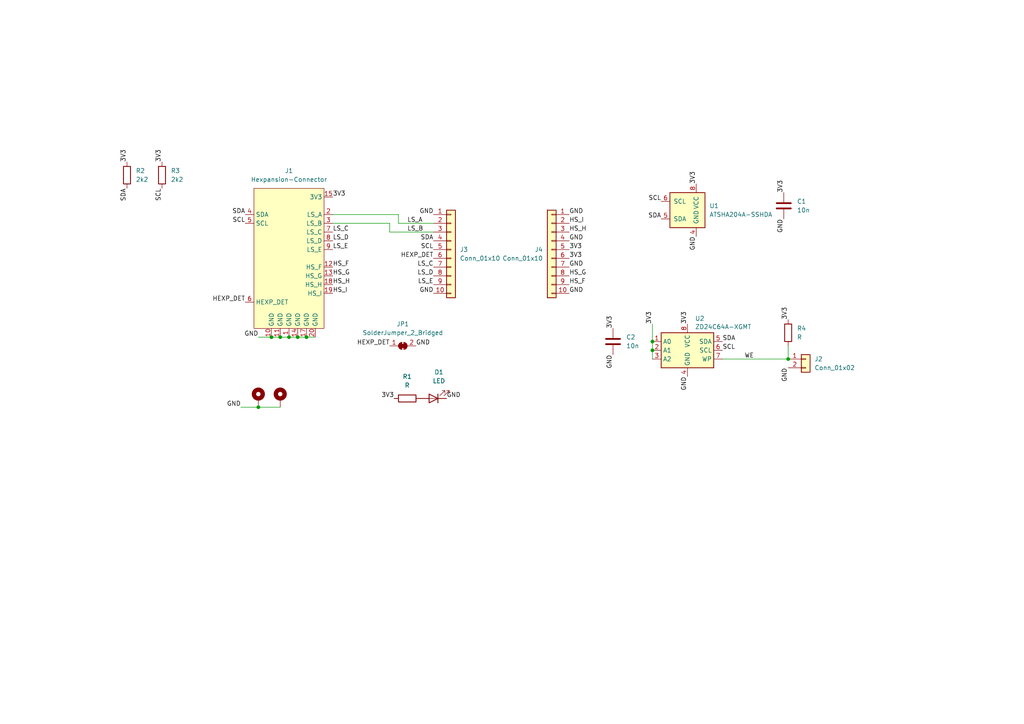
<source format=kicad_sch>
(kicad_sch (version 20231120) (generator "eeschema") (generator_version "8.0")
  (paper "A4")
  (title_block (title "Hexpansion breadboard adapter") (date "2024-06-09") (rev "1.0"))
  (lib_symbols
    (symbol "Connector_Generic:Conn_01x02" (pin_names (offset 1.016) hide)
      (property "Reference" "J" (at 0 2.54 0))
      (property "Value" "Conn_01x02" (at 0 -5.08 0))
      (symbol "Conn_01x02_1_1"
        (rectangle (start -1.27 -2.413) (end 0 -2.667) (stroke (width 0.1524)))
        (rectangle (start -1.27 0.127) (end 0 -0.127) (stroke (width 0.1524)))
        (rectangle (start -1.27 1.27) (end 1.27 -3.81) (stroke (width 0.254)) (fill (type background)))
        (pin passive line (at -5.08 0 0) (length 3.81) (name "Pin_1") (number "1"))
        (pin passive line (at -5.08 -2.54 0) (length 3.81) (name "Pin_2") (number "2"))
      )
    )
    (symbol "Connector_Generic:Conn_01x10" (pin_names (offset 1.016) hide)
      (property "Reference" "J" (at 0 12.7 0))
      (property "Value" "Conn_01x10" (at 0 -15.24 0))
      (symbol "Conn_01x10_1_1"
        (rectangle (start -1.27 -12.573) (end 0 -12.827) (stroke (width 0.1524)))
        (rectangle (start -1.27 -10.033) (end 0 -10.287) (stroke (width 0.1524)))
        (rectangle (start -1.27 -7.493) (end 0 -7.747) (stroke (width 0.1524)))
        (rectangle (start -1.27 -4.953) (end 0 -5.207) (stroke (width 0.1524)))
        (rectangle (start -1.27 -2.413) (end 0 -2.667) (stroke (width 0.1524)))
        (rectangle (start -1.27 0.127) (end 0 -0.127) (stroke (width 0.1524)))
        (rectangle (start -1.27 2.667) (end 0 2.413) (stroke (width 0.1524)))
        (rectangle (start -1.27 5.207) (end 0 4.953) (stroke (width 0.1524)))
        (rectangle (start -1.27 7.747) (end 0 7.493) (stroke (width 0.1524)))
        (rectangle (start -1.27 10.287) (end 0 10.033) (stroke (width 0.1524)))
        (rectangle (start -1.27 11.43) (end 1.27 -13.97) (stroke (width 0.254)) (fill (type background)))
        (pin passive line (at -5.08 10.16 0) (length 3.81) (name "Pin_1") (number "1"))
        (pin passive line (at -5.08 -12.7 0) (length 3.81) (name "Pin_10") (number "10"))
        (pin passive line (at -5.08 7.62 0) (length 3.81) (name "Pin_2") (number "2"))
        (pin passive line (at -5.08 5.08 0) (length 3.81) (name "Pin_3") (number "3"))
        (pin passive line (at -5.08 2.54 0) (length 3.81) (name "Pin_4") (number "4"))
        (pin passive line (at -5.08 0 0) (length 3.81) (name "Pin_5") (number "5"))
        (pin passive line (at -5.08 -2.54 0) (length 3.81) (name "Pin_6") (number "6"))
        (pin passive line (at -5.08 -5.08 0) (length 3.81) (name "Pin_7") (number "7"))
        (pin passive line (at -5.08 -7.62 0) (length 3.81) (name "Pin_8") (number "8"))
        (pin passive line (at -5.08 -10.16 0) (length 3.81) (name "Pin_9") (number "9"))
      )
    )
    (symbol "Device:C" (pin_numbers hide) (pin_names (offset 0.254))
      (property "Reference" "C" (at 0.635 2.54 0))
      (property "Value" "C" (at 0.635 -2.54 0))
      (symbol "C_0_1"
        (polyline (pts (xy -2.032 -0.762) (xy 2.032 -0.762)) (stroke (width 0.508)))
        (polyline (pts (xy -2.032 0.762) (xy 2.032 0.762)) (stroke (width 0.508)))
      )
      (symbol "C_1_1"
        (pin passive line (at 0 3.81 270) (length 2.794) (name "~") (number "1"))
        (pin passive line (at 0 -3.81 90) (length 2.794) (name "~") (number "2"))
      )
    )
    (symbol "Device:LED" (pin_numbers hide) (pin_names (offset 1.016) hide)
      (property "Reference" "D" (at 0 2.54 0))
      (property "Value" "LED" (at 0 -2.54 0))
      (symbol "LED_0_1"
        (polyline (pts (xy -1.27 -1.27) (xy -1.27 1.27)) (stroke (width 0.254)))
        (polyline (pts (xy -1.27 0) (xy 1.27 0)))
        (polyline (pts (xy 1.27 -1.27) (xy 1.27 1.27) (xy -1.27 0) (xy 1.27 -1.27)) (stroke (width 0.254)))
        (polyline (pts (xy -3.048 -0.762) (xy -4.572 -2.286) (xy -3.81 -2.286) (xy -4.572 -2.286) (xy -4.572 -1.524)))
        (polyline (pts (xy -1.778 -0.762) (xy -3.302 -2.286) (xy -2.54 -2.286) (xy -3.302 -2.286) (xy -3.302 -1.524)))
      )
      (symbol "LED_1_1"
        (pin passive line (at -3.81 0 0) (length 2.54) (name "K") (number "1"))
        (pin passive line (at 3.81 0 180) (length 2.54) (name "A") (number "2"))
      )
    )
    (symbol "Device:R" (pin_numbers hide) (pin_names (offset 0))
      (property "Reference" "R" (at 2.032 0 90))
      (property "Value" "R" (at 0 0 90))
      (symbol "R_0_1"
        (rectangle (start -1.016 -2.54) (end 1.016 2.54) (stroke (width 0.254)))
      )
      (symbol "R_1_1"
        (pin passive line (at 0 3.81 270) (length 1.27) (name "~") (number "1"))
        (pin passive line (at 0 -3.81 90) (length 1.27) (name "~") (number "2"))
      )
    )
    (symbol "Jumper:SolderJumper_2_Bridged" (pin_names (offset 0) hide)
      (property "Reference" "JP" (at 0 2.032 0))
      (property "Value" "SolderJumper_2_Bridged" (at 0 -2.54 0))
      (symbol "SolderJumper_2_Bridged_0_1"
        (rectangle (start -0.508 0.508) (end 0.508 -0.508) (fill (type outline)))
        (arc (start -0.254 1.016) (mid -1.2656 0) (end -0.254 -1.016))
        (arc (start -0.254 1.016) (mid -1.2656 0) (end -0.254 -1.016) (fill (type outline)))
        (polyline (pts (xy -0.254 1.016) (xy -0.254 -1.016)))
        (polyline (pts (xy 0.254 1.016) (xy 0.254 -1.016)))
        (arc (start 0.254 -1.016) (mid 1.2656 0) (end 0.254 1.016))
        (arc (start 0.254 -1.016) (mid 1.2656 0) (end 0.254 1.016) (fill (type outline)))
      )
      (symbol "SolderJumper_2_Bridged_1_1"
        (pin passive line (at -3.81 0 0) (length 2.54) (name "A") (number "1"))
        (pin passive line (at 3.81 0 180) (length 2.54) (name "B") (number "2"))
      )
    )
    (symbol "Mechanical:MountingHole_Pad" (pin_numbers hide) (pin_names (offset 1.016) hide)
      (property "Reference" "H" (at 0 6.35 0))
      (property "Value" "MountingHole_Pad" (at 0 4.445 0))
      (symbol "MountingHole_Pad_0_1"
        (circle (center 0 1.27) (radius 1.27) (stroke (width 1.27)))
      )
      (symbol "MountingHole_Pad_1_1"
        (pin input line (at 0 -2.54 90) (length 2.54) (name "1") (number "1"))
      )
    )
    (symbol "Memory_EEPROM:24LC00"
      (property "Reference" "U" (at -6.35 6.35 0))
      (property "Value" "24LC00" (at 1.27 6.35 0))
      (symbol "24LC00_1_1"
        (rectangle (start -7.62 5.08) (end 7.62 -5.08) (stroke (width 0.254)) (fill (type background)))
        (pin input line (at -10.16 2.54 0) (length 2.54) (name "A0") (number "1"))
        (pin input line (at -10.16 0 0) (length 2.54) (name "A1") (number "2"))
        (pin input line (at -10.16 -2.54 0) (length 2.54) (name "A2") (number "3"))
        (pin power_in line (at 0 -7.62 90) (length 2.54) (name "GND") (number "4"))
        (pin bidirectional line (at 10.16 2.54 180) (length 2.54) (name "SDA") (number "5"))
        (pin input line (at 10.16 0 180) (length 2.54) (name "SCL") (number "6"))
        (pin input line (at 10.16 -2.54 180) (length 2.54) (name "WP") (number "7"))
        (pin power_in line (at 0 7.62 270) (length 2.54) (name "VCC") (number "8"))
      )
    )
    (symbol "hex:ATSHA204A-SSHDA" (pin_names (offset 1.016))
      (property "Reference" "U" (at -7.62 10.16 0))
      (property "Value" "ATSHA204A-SSHDA" (at -7.62 7.62 0))
      (symbol "ATSHA204A-SSHDA_0_1"
        (rectangle (start -5.08 5.08) (end 5.08 -5.08) (stroke (width 0.254)) (fill (type background)))
      )
      (symbol "ATSHA204A-SSHDA_1_0"
        (pin no_connect line (at 7.62 3.81 180) (length 2.54) hide (name "") (number "1"))
        (pin no_connect line (at 7.62 1.27 180) (length 2.54) hide (name "") (number "2"))
        (pin no_connect line (at 7.62 -3.81 180) (length 2.54) hide (name "") (number "3"))
        (pin no_connect line (at 7.62 -1.27 180) (length 2.54) hide (name "") (number "7"))
      )
      (symbol "ATSHA204A-SSHDA_1_1"
        (pin power_in line (at 2.54 -7.62 90) (length 2.54) (name "GND") (number "4"))
        (pin bidirectional line (at -7.62 -2.54 0) (length 2.54) (name "SDA") (number "5"))
        (pin input line (at -7.62 2.54 0) (length 2.54) (name "SCL") (number "6"))
        (pin power_in line (at 2.54 7.62 270) (length 2.54) (name "VCC") (number "8"))
      )
    )
    (symbol "tildagon:hexpansion-edge-connector" (in_bom no)
      (property "Reference" "J" (at -6.35 17.78 0))
      (property "Value" "Hexpansion-Connector" (at 0 21.59 0))
      (symbol "hexpansion-edge-connector_1_1"
        (rectangle (start -10.16 20.32) (end 10.16 -20.32) (fill (type background)))
        (pin power_out line (at 0 -22.86 90) (length 2.54) (name "GND") (number "1"))
        (pin passive line (at -5.08 -22.86 90) (length 2.54) (name "GND") (number "10"))
        (pin passive line (at -2.54 -22.86 90) (length 2.54) (name "GND") (number "11"))
        (pin bidirectional line (at 12.7 -2.54 180) (length 2.54) (name "HS_F") (number "12"))
        (pin bidirectional line (at 12.7 -5.08 180) (length 2.54) (name "HS_G") (number "13"))
        (pin passive line (at 2.54 -22.86 90) (length 2.54) (name "GND") (number "14"))
        (pin power_out line (at 12.7 17.78 180) (length 2.54) (name "3V3") (number "15"))
        (pin passive line (at 12.7 17.78 180) (length 2.54) hide (name "3V3") (number "16"))
        (pin passive line (at 5.08 -22.86 90) (length 2.54) (name "GND") (number "17"))
        (pin bidirectional line (at 12.7 -7.62 180) (length 2.54) (name "HS_H") (number "18"))
        (pin bidirectional line (at 12.7 -10.16 180) (length 2.54) (name "HS_I") (number "19"))
        (pin bidirectional line (at 12.7 12.7 180) (length 2.54) (name "LS_A") (number "2"))
        (pin passive line (at 7.62 -22.86 90) (length 2.54) (name "GND") (number "20"))
        (pin bidirectional line (at 12.7 10.16 180) (length 2.54) (name "LS_B") (number "3"))
        (pin bidirectional line (at -12.7 12.7 0) (length 2.54) (name "SDA") (number "4"))
        (pin output line (at -12.7 10.16 0) (length 2.54) (name "SCL") (number "5"))
        (pin bidirectional line (at -12.7 -12.7 0) (length 2.54) (name "HEXP_DET") (number "6"))
        (pin bidirectional line (at 12.7 7.62 180) (length 2.54) (name "LS_C") (number "7"))
        (pin bidirectional line (at 12.7 5.08 180) (length 2.54) (name "LS_D") (number "8"))
        (pin bidirectional line (at 12.7 2.54 180) (length 2.54) (name "LS_E") (number "9"))
      )
    )
  )
  (junction (at 88.9 97.79))
  (junction (at 81.28 97.79))
  (junction (at 86.36 97.79))
  (junction (at 83.82 97.79))
  (junction (at 78.74 97.79))
  (junction (at 189.23 99.06))
  (junction (at 189.23 101.6))
  (junction (at 228.6 104.14))
  (junction (at 74.93 118.11))
  (wire (pts (xy 74.93 118.11) (xy 81.28 118.11)))
  (wire (pts (xy 115.57 64.77) (xy 115.57 62.23)))
  (wire (pts (xy 81.28 97.79) (xy 83.82 97.79)))
  (wire (pts (xy 74.93 97.79) (xy 78.74 97.79)))
  (wire (pts (xy 83.82 97.79) (xy 86.36 97.79)))
  (wire (pts (xy 125.73 64.77) (xy 115.57 64.77)))
  (wire (pts (xy 86.36 97.79) (xy 88.9 97.79)))
  (wire (pts (xy 189.23 99.06) (xy 189.23 101.6)))
  (wire (pts (xy 115.57 62.23) (xy 96.52 62.23)))
  (wire (pts (xy 209.55 104.14) (xy 228.6 104.14)))
  (wire (pts (xy 189.23 93.98) (xy 189.23 99.06)))
  (wire (pts (xy 69.85 118.11) (xy 74.93 118.11)))
  (wire (pts (xy 189.23 101.6) (xy 189.23 104.14)))
  (wire (pts (xy 113.03 67.31) (xy 113.03 64.77)))
  (wire (pts (xy 228.6 104.14) (xy 228.6 100.33)))
  (wire (pts (xy 113.03 64.77) (xy 96.52 64.77)))
  (wire (pts (xy 125.73 67.31) (xy 113.03 67.31)))
  (wire (pts (xy 88.9 97.79) (xy 91.44 97.79)))
  (wire (pts (xy 78.74 97.79) (xy 81.28 97.79)))
  (label "HEXP_DET" (at 113.03 100.33 180))
  (label "3V3" (at 36.83 46.99 90))
  (label "GND" (at 69.85 118.11 180))
  (label "3V3" (at 96.52 57.15 0))
  (label "HS_H" (at 165.1 67.31 0))
  (label "3V3" (at 201.93 53.34 90))
  (label "GND" (at 125.73 62.23 180))
  (label "HEXP_DET" (at 125.73 74.93 180))
  (label "LS_E" (at 96.52 72.39 0))
  (label "LS_A" (at 118.11 64.77 0))
  (label "GND" (at 177.8 102.87 270))
  (label "3V3" (at 46.99 46.99 90))
  (label "GND" (at 125.73 85.09 180))
  (label "GND" (at 120.65 100.33 0))
  (label "SDA" (at 36.83 54.61 270))
  (label "SCL" (at 71.12 64.77 180))
  (label "HS_F" (at 165.1 82.55 0))
  (label "LS_C" (at 125.73 77.47 180))
  (label "SDA" (at 191.77 63.5 180))
  (label "HS_G" (at 165.1 80.01 0))
  (label "SDA" (at 71.12 62.23 180))
  (label "SDA" (at 209.55 99.06 0))
  (label "HS_I" (at 96.52 85.09 0))
  (label "GND" (at 129.54 115.57 0))
  (label "GND" (at 74.93 97.79 180))
  (label "HS_F" (at 96.52 77.47 0))
  (label "3V3" (at 228.6 92.71 90))
  (label "LS_C" (at 96.52 67.31 0))
  (label "HS_G" (at 96.52 80.01 0))
  (label "GND" (at 165.1 85.09 0))
  (label "SCL" (at 191.77 58.42 180))
  (label "SCL" (at 125.73 72.39 180))
  (label "3V3" (at 189.23 93.98 90))
  (label "HS_H" (at 96.52 82.55 0))
  (label "3V3" (at 114.3 115.57 180))
  (label "GND" (at 165.1 77.47 0))
  (label "HS_I" (at 165.1 64.77 0))
  (label "LS_D" (at 96.52 69.85 0))
  (label "HEXP_DET" (at 71.12 87.63 180))
  (label "3V3" (at 165.1 74.93 0))
  (label "LS_E" (at 125.73 82.55 180))
  (label "GND" (at 199.39 109.22 270))
  (label "LS_B" (at 118.11 67.31 0))
  (label "GND" (at 165.1 69.85 0))
  (label "GND" (at 228.6 106.68 270))
  (label "GND" (at 165.1 62.23 0))
  (label "SCL" (at 209.55 101.6 0))
  (label "3V3" (at 165.1 72.39 0))
  (label "3V3" (at 227.33 55.88 90))
  (label "SCL" (at 46.99 54.61 270))
  (label "GND" (at 227.33 63.5 270))
  (label "3V3" (at 177.8 95.25 90))
  (label "3V3" (at 199.39 93.98 90))
  (label "GND" (at 201.93 68.58 270))
  (label "SDA" (at 125.73 69.85 180))
  (label "WE" (at 215.9 104.14 0))
  (label "LS_D" (at 125.73 80.01 180))
  (symbol (lib_id "Device:R") (at 118.11 115.57 90) (unit 1)
    (property "Reference" "R1" (at 118.11 109.22 90))
    (property "Value" "R" (at 118.11 111.76 90))
    (property "Footprint" "Resistor_SMD:R_0603_1608Metric" (effects (hide yes)))
  )
  (symbol (lib_id "Device:R") (at 46.99 50.8 0) (unit 1)
    (property "Reference" "R3" (at 49.53 49.5299 0) (effects (justify left)))
    (property "Value" "2k2" (at 49.53 52.0699 0) (effects (justify left)))
    (property "Footprint" "Resistor_SMD:R_0603_1608Metric" (effects (hide yes)))
    (property "Description" "Resistor" (effects (hide yes)))
  )
  (symbol (lib_id "hex:ATSHA204A-SSHDA") (at 199.39 60.96 0) (unit 1)
    (property "Reference" "U1" (at 205.74 59.6899 0) (effects (justify left)))
    (property "Value" "ATSHA204A-SSHDA" (at 205.74 62.2299 0) (effects (justify left)))
    (property "Footprint" "Package_SO:SOIC-8_3.9x4.9mm_P1.27mm" (effects (hide yes)))
    (property "Datasheet" "https://ww1.microchip.com/downloads/aemDocuments/documents/OTH/ProductDocuments/DataSheets/ATSHA204A-Data-Sheet-40002025A.pdf" (effects (hide yes)))
    (property "Description" "SHA-based CryptoAuthentication" (effects (hide yes)))
  )
  (symbol (lib_id "Device:R") (at 228.6 96.52 0) (unit 1)
    (property "Reference" "R4" (at 231.14 95.2499 0) (effects (justify left)))
    (property "Value" "R" (at 231.14 97.7899 0) (effects (justify left)))
    (property "Footprint" "Resistor_SMD:R_0603_1608Metric" (effects (hide yes)))
    (property "Description" "Resistor" (effects (hide yes)))
  )
  (symbol (lib_id "Mechanical:MountingHole_Pad") (at 74.93 115.57 0) (unit 1)
    (property "Reference" "H1" (effects (hide yes)))
    (property "Value" "MountingHole_Pad" (effects (hide yes)))
    (property "Footprint" "MountingHole:MountingHole_2.2mm_M2_Pad_Via" (effects (hide yes)))
  )
  (symbol (lib_id "Device:LED") (at 125.73 115.57 180) (unit 1)
    (property "Reference" "D1" (at 127.3175 107.95 0))
    (property "Value" "LED" (at 127.3175 110.49 0))
    (property "Footprint" "LED_SMD:LED_0603_1608Metric" (effects (hide yes)))
  )
  (symbol (lib_id "Connector_Generic:Conn_01x10") (at 160.02 72.39 0) (mirror y) (unit 1)
    (property "Reference" "J4" (at 157.48 72.3899 0) (effects (justify left)))
    (property "Value" "Conn_01x10" (at 157.48 74.9299 0) (effects (justify left)))
    (property "Footprint" "Connector_PinHeader_2.54mm:PinHeader_1x10_P2.54mm_Vertical" (effects (hide yes)))
    (property "Description" "Generic connector, single row, 01x10, script generated (kicad-library-utils/schlib/autogen/connector/)" (effects (hide yes)))
  )
  (symbol (lib_id "Mechanical:MountingHole_Pad") (at 81.28 115.57 0) (unit 1)
    (property "Reference" "H2" (effects (hide yes)))
    (property "Value" "MountingHole_Pad" (effects (hide yes)))
    (property "Footprint" "MountingHole:MountingHole_2.2mm_M2_Pad_Via" (effects (hide yes)))
  )
  (symbol (lib_id "Device:C") (at 177.8 99.06 0) (unit 1)
    (property "Reference" "C2" (at 181.61 97.7899 0) (effects (justify left)))
    (property "Value" "10n" (at 181.61 100.3299 0) (effects (justify left)))
    (property "Footprint" "Capacitor_SMD:C_0603_1608Metric" (effects (hide yes)))
    (property "Description" "Unpolarized capacitor" (effects (hide yes)))
  )
  (symbol (lib_id "tildagon:hexpansion-edge-connector") (at 83.82 74.93 0) (unit 1) (exclude_from_sim yes) (in_bom no)
    (property "Reference" "J1" (at 83.82 49.53 0))
    (property "Value" "Hexpansion-Connector" (at 83.82 52.07 0))
    (property "Footprint" "tildagon:hexpansion-edge-connector" (effects (hide yes)))
  )
  (symbol (lib_id "Connector_Generic:Conn_01x02") (at 233.68 104.14 0) (unit 1)
    (property "Reference" "J2" (at 236.22 104.1399 0) (effects (justify left)))
    (property "Value" "Conn_01x02" (at 236.22 106.6799 0) (effects (justify left)))
    (property "Footprint" "Connector_PinHeader_2.54mm:PinHeader_1x02_P2.54mm_Vertical" (effects (hide yes)))
    (property "Description" "Generic connector, single row, 01x02, script generated (kicad-library-utils/schlib/autogen/connector/)" (effects (hide yes)))
  )
  (symbol (lib_id "Memory_EEPROM:24LC00") (at 199.39 101.6 0) (unit 1)
    (property "Reference" "U2" (at 201.5841 92.3755 0) (effects (justify left)))
    (property "Value" "ZD24C64A-XGMT" (at 201.5841 94.7998 0) (effects (justify left)))
    (property "Footprint" "Package_SO:TSSOP-8_4.4x3mm_P0.65mm" (effects (hide yes)))
    (property "Datasheet" "http://ww1.microchip.com/downloads/en/DeviceDoc/21178G.pdf" (effects (hide yes)))
    (property "Description" "I2C Serial EEPROM, 128 Bits, DIP-8/SOIC-8/TSSOP-8/DFN-8" (effects (hide yes)))
  )
  (symbol (lib_id "Device:R") (at 36.83 50.8 0) (unit 1)
    (property "Reference" "R2" (at 39.37 49.5299 0) (effects (justify left)))
    (property "Value" "2k2" (at 39.37 52.0699 0) (effects (justify left)))
    (property "Footprint" "Resistor_SMD:R_0603_1608Metric" (effects (hide yes)))
    (property "Description" "Resistor" (effects (hide yes)))
  )
  (symbol (lib_id "Device:C") (at 227.33 59.69 0) (unit 1)
    (property "Reference" "C1" (at 231.14 58.4199 0) (effects (justify left)))
    (property "Value" "10n" (at 231.14 60.9599 0) (effects (justify left)))
    (property "Footprint" "Capacitor_SMD:C_0603_1608Metric" (effects (hide yes)))
    (property "Description" "Unpolarized capacitor" (effects (hide yes)))
  )
  (symbol (lib_id "Connector_Generic:Conn_01x10") (at 130.81 72.39 0) (unit 1)
    (property "Reference" "J3" (at 133.35 72.3899 0) (effects (justify left)))
    (property "Value" "Conn_01x10" (at 133.35 74.9299 0) (effects (justify left)))
    (property "Footprint" "Connector_PinHeader_2.54mm:PinHeader_1x10_P2.54mm_Vertical" (effects (hide yes)))
    (property "Description" "Generic connector, single row, 01x10, script generated (kicad-library-utils/schlib/autogen/connector/)" (effects (hide yes)))
  )
  (symbol (lib_id "Jumper:SolderJumper_2_Bridged") (at 116.84 100.33 0) (unit 1)
    (property "Reference" "JP1" (at 116.84 93.98 0))
    (property "Value" "SolderJumper_2_Bridged" (at 116.84 96.52 0))
    (property "Footprint" "Jumper:SolderJumper-2_P1.3mm_Bridged_RoundedPad1.0x1.5mm" (effects (hide yes)))
  )
)
</source>
